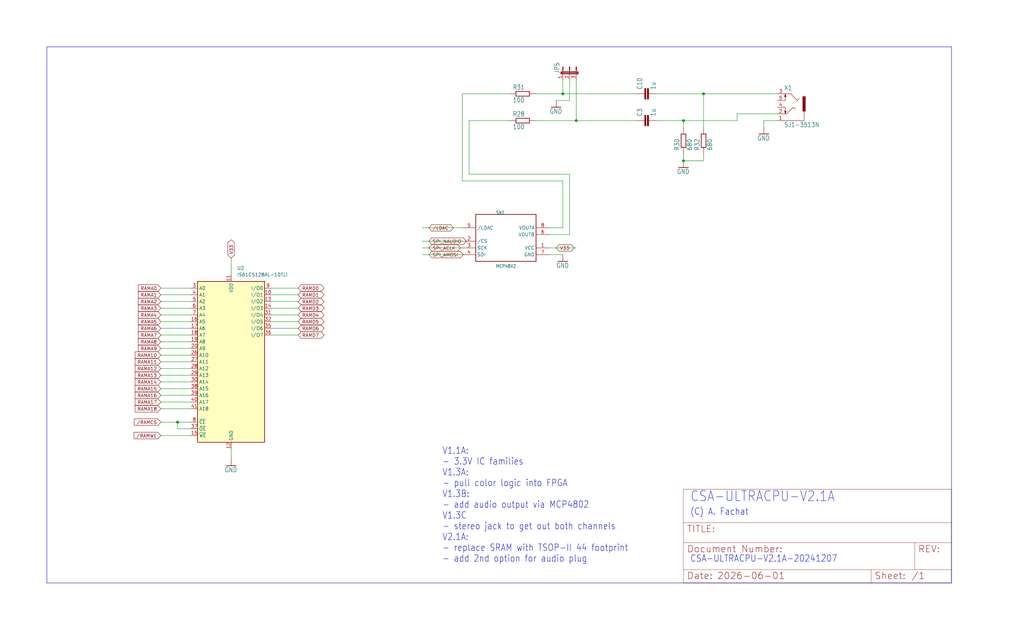
<source format=kicad_sch>
(kicad_sch (version 20231120) (generator "eeschema") (generator_version "8.0")
  (paper "User" 388.163 241.452)
  (lib_symbols
    (symbol "Memory_RAM:IS61C5128AL-10TLI"
      (property "Reference" "U" (at -10.16 31.75 0))
      (property "Value" "IS61C5128AL-10TLI" (at 12.7 31.75 0))
      (symbol "IS61C5128AL-10TLI_0_1"
        (rectangle (start -12.7 30.48) (end 12.7 -30.48) (stroke (width 0.254)) (fill (type background)))
      )
      (symbol "IS61C5128AL-10TLI_1_1"
        (pin no_connect line (at 12.7 -27.94 180) (length 2.54) hide (name "NC") (number "1"))
        (pin bidirectional line (at 15.24 25.4 180) (length 2.54) (name "I/O1") (number "10"))
        (pin power_in line (at 0 33.02 270) (length 2.54) (name "VDD") (number "11"))
        (pin power_in line (at 0 -33.02 90) (length 2.54) (name "GND") (number "12"))
        (pin bidirectional line (at 15.24 22.86 180) (length 2.54) (name "I/O2") (number "13"))
        (pin bidirectional line (at 15.24 20.32 180) (length 2.54) (name "I/O3") (number "14"))
        (pin input line (at -15.24 -27.94 0) (length 2.54) (name "~{WE}") (number "15"))
        (pin input line (at -15.24 15.24 0) (length 2.54) (name "A5") (number "16"))
        (pin input line (at -15.24 12.7 0) (length 2.54) (name "A6") (number "17"))
        (pin input line (at -15.24 10.16 0) (length 2.54) (name "A7") (number "18"))
        (pin input line (at -15.24 7.62 0) (length 2.54) (name "A8") (number "19"))
        (pin no_connect line (at 12.7 -25.4 180) (length 2.54) hide (name "NC") (number "2"))
        (pin input line (at -15.24 5.08 0) (length 2.54) (name "A9") (number "20"))
        (pin no_connect line (at 12.7 -22.86 180) (length 2.54) hide (name "NC") (number "21"))
        (pin no_connect line (at 12.7 -20.32 180) (length 2.54) hide (name "NC") (number "22"))
        (pin no_connect line (at 12.7 -17.78 180) (length 2.54) hide (name "NC") (number "23"))
        (pin no_connect line (at 12.7 -15.24 180) (length 2.54) hide (name "NC") (number "24"))
        (pin no_connect line (at 12.7 -12.7 180) (length 2.54) hide (name "NC") (number "25"))
        (pin input line (at -15.24 2.54 0) (length 2.54) (name "A10") (number "26"))
        (pin input line (at -15.24 0 0) (length 2.54) (name "A11") (number "27"))
        (pin input line (at -15.24 -2.54 0) (length 2.54) (name "A12") (number "28"))
        (pin input line (at -15.24 -5.08 0) (length 2.54) (name "A13") (number "29"))
        (pin input line (at -15.24 27.94 0) (length 2.54) (name "A0") (number "3"))
        (pin input line (at -15.24 -7.62 0) (length 2.54) (name "A14") (number "30"))
        (pin bidirectional line (at 15.24 17.78 180) (length 2.54) (name "I/O4") (number "31"))
        (pin bidirectional line (at 15.24 15.24 180) (length 2.54) (name "I/O5") (number "32"))
        (pin passive line (at 0 33.02 270) (length 2.54) hide (name "VDD") (number "33"))
        (pin passive line (at 0 -33.02 90) (length 2.54) hide (name "GND") (number "34"))
        (pin bidirectional line (at 15.24 12.7 180) (length 2.54) (name "I/O6") (number "35"))
        (pin bidirectional line (at 15.24 10.16 180) (length 2.54) (name "I/O7") (number "36"))
        (pin input line (at -15.24 -25.4 0) (length 2.54) (name "~{OE}") (number "37"))
        (pin input line (at -15.24 -10.16 0) (length 2.54) (name "A15") (number "38"))
        (pin input line (at -15.24 -12.7 0) (length 2.54) (name "A16") (number "39"))
        (pin input line (at -15.24 25.4 0) (length 2.54) (name "A1") (number "4"))
        (pin input line (at -15.24 -15.24 0) (length 2.54) (name "A17") (number "40"))
        (pin input line (at -15.24 -17.78 0) (length 2.54) (name "A18") (number "41"))
        (pin no_connect line (at 12.7 -10.16 180) (length 2.54) hide (name "NC") (number "42"))
        (pin no_connect line (at 12.7 -7.62 180) (length 2.54) hide (name "NC") (number "43"))
        (pin no_connect line (at 12.7 -5.08 180) (length 2.54) hide (name "NC") (number "44"))
        (pin input line (at -15.24 22.86 0) (length 2.54) (name "A2") (number "5"))
        (pin input line (at -15.24 20.32 0) (length 2.54) (name "A3") (number "6"))
        (pin input line (at -15.24 17.78 0) (length 2.54) (name "A4") (number "7"))
        (pin input line (at -15.24 -22.86 0) (length 2.54) (name "~{CE}") (number "8"))
        (pin bidirectional line (at 15.24 27.94 180) (length 2.54) (name "I/O0") (number "9"))
      )
    )
    (symbol "csa_ultracpu-eagle-import:1503_09"
      (property "Reference" "X" (at -2.54 6.35 0))
      (symbol "1503_09_1_0"
        (polyline (pts (xy -2.54 -5.08) (xy 5.08 -5.08)) (stroke (width 0.1524)))
        (polyline (pts (xy -2.54 -2.54) (xy -1.524 -2.54)) (stroke (width 0.1524)))
        (polyline (pts (xy -2.54 0) (xy -2.032 0)) (stroke (width 0.1524)))
        (polyline (pts (xy -2.54 2.54) (xy -2.032 2.54)) (stroke (width 0.1524)))
        (polyline (pts (xy -2.54 5.08) (xy 0 5.08)) (stroke (width 0.1524)))
        (polyline (pts (xy -2.286 -1.524) (xy -1.778 -1.524)) (stroke (width 0.254)))
        (polyline (pts (xy -2.286 4.064) (xy -1.778 4.064)) (stroke (width 0.254)))
        (polyline (pts (xy -2.032 -2.286) (xy -2.286 -1.524)) (stroke (width 0.254)))
        (polyline (pts (xy -2.032 0) (xy -2.032 -2.286)) (stroke (width 0.1524)))
        (polyline (pts (xy -2.032 2.54) (xy -2.032 4.826)) (stroke (width 0.1524)))
        (polyline (pts (xy -2.032 4.826) (xy -2.286 4.064)) (stroke (width 0.254)))
        (polyline (pts (xy -1.778 -1.524) (xy -2.032 -2.286)) (stroke (width 0.254)))
        (polyline (pts (xy -1.778 4.064) (xy -2.032 4.826)) (stroke (width 0.254)))
        (polyline (pts (xy -1.524 -2.54) (xy 1.016 0)) (stroke (width 0.1524)))
        (polyline (pts (xy 0 5.08) (xy 2.54 2.54)) (stroke (width 0.1524)))
        (polyline (pts (xy 1.016 0) (xy 1.778 -0.762)) (stroke (width 0.1524)))
        (polyline (pts (xy 2.54 2.54) (xy 3.302 3.302)) (stroke (width 0.1524)))
        (polyline (pts (xy 5.08 -5.08) (xy 5.08 -1.524)) (stroke (width 0.1524)))
        (rectangle (start 4.572 4.064) (end 5.588 -1.524) (fill (type outline)))
        (pin passive line (at -5.08 -5.08 0) (length 2.54) (name "1") (number "1"))
        (pin passive line (at -5.08 -2.54 0) (length 2.54) (name "2") (number "2"))
        (pin passive line (at -5.08 5.08 0) (length 2.54) (name "3") (number "3"))
        (pin passive line (at -5.08 0 0) (length 2.54) (name "4") (number "4"))
        (pin passive line (at -5.08 2.54 0) (length 2.54) (name "5") (number "5"))
      )
    )
    (symbol "csa_ultracpu-eagle-import:C-EU050-025X075"
      (property "Reference" "C" (at 1.524 0.381 0))
      (symbol "C-EU050-025X075_1_0"
        (rectangle (start -2.032 -2.032) (end 2.032 -1.524) (fill (type outline)))
        (rectangle (start -2.032 -1.016) (end 2.032 -0.508) (fill (type outline)))
        (polyline (pts (xy 0 -2.54) (xy 0 -2.032)) (stroke (width 0.1524)))
        (polyline (pts (xy 0 0) (xy 0 -0.508)) (stroke (width 0.1524)))
        (pin passive line (at 0 2.54 270) (length 2.54) (name "1") (number "1"))
        (pin passive line (at 0 -5.08 90) (length 2.54) (name "2") (number "2"))
      )
    )
    (symbol "csa_ultracpu-eagle-import:DOCFIELD"
      (symbol "DOCFIELD_1_0"
        (polyline (pts (xy 0 0) (xy 0 5.08)) (stroke (width 0.1016)))
        (polyline (pts (xy 0 0) (xy 71.12 0)) (stroke (width 0.1016)))
        (polyline (pts (xy 0 5.08) (xy 0 15.24)) (stroke (width 0.1016)))
        (polyline (pts (xy 0 5.08) (xy 71.12 5.08)) (stroke (width 0.1016)))
        (polyline (pts (xy 0 15.24) (xy 0 22.86)) (stroke (width 0.1016)))
        (polyline (pts (xy 0 22.86) (xy 0 35.56)) (stroke (width 0.1016)))
        (polyline (pts (xy 0 22.86) (xy 101.6 22.86)) (stroke (width 0.1016)))
        (polyline (pts (xy 71.12 0) (xy 101.6 0)) (stroke (width 0.1016)))
        (polyline (pts (xy 71.12 5.08) (xy 71.12 0)) (stroke (width 0.1016)))
        (polyline (pts (xy 71.12 5.08) (xy 87.63 5.08)) (stroke (width 0.1016)))
        (polyline (pts (xy 87.63 5.08) (xy 101.6 5.08)) (stroke (width 0.1016)))
        (polyline (pts (xy 87.63 15.24) (xy 0 15.24)) (stroke (width 0.1016)))
        (polyline (pts (xy 87.63 15.24) (xy 87.63 5.08)) (stroke (width 0.1016)))
        (polyline (pts (xy 101.6 5.08) (xy 101.6 0)) (stroke (width 0.1016)))
        (polyline (pts (xy 101.6 15.24) (xy 87.63 15.24)) (stroke (width 0.1016)))
        (polyline (pts (xy 101.6 15.24) (xy 101.6 5.08)) (stroke (width 0.1016)))
        (polyline (pts (xy 101.6 22.86) (xy 101.6 15.24)) (stroke (width 0.1016)))
        (polyline (pts (xy 101.6 35.56) (xy 0 35.56)) (stroke (width 0.1016)))
        (polyline (pts (xy 101.6 35.56) (xy 101.6 22.86)) (stroke (width 0.1016)))
        (text "${#}/${##}" (at 86.36 1.27 0) (effects (font (size 2.54 2.54)) (justify left bottom)))
        (text "${CURRENT_DATE}" (at 12.7 1.27 0) (effects (font (size 2.54 2.54)) (justify left bottom)))
        (text "${PROJECTNAME}" (at 17.78 19.05 0) (effects (font (size 2.54 2.54)) (justify left bottom)))
        (text "Date:" (at 1.27 1.27 0) (effects (font (size 2.54 2.54)) (justify left bottom)))
        (text "Document Number:" (at 1.27 11.43 0) (effects (font (size 2.54 2.54)) (justify left bottom)))
        (text "REV:" (at 88.9 11.43 0) (effects (font (size 2.54 2.54)) (justify left bottom)))
        (text "Sheet:" (at 72.39 1.27 0) (effects (font (size 2.54 2.54)) (justify left bottom)))
        (text "TITLE:" (at 1.27 19.05 0) (effects (font (size 2.54 2.54)) (justify left bottom)))
      )
    )
    (symbol "csa_ultracpu-eagle-import:GND" (power)
      (symbol "GND_1_0"
        (polyline (pts (xy -1.905 0) (xy 1.905 0)) (stroke (width 0.254)))
        (pin power_in line (at 0 2.54 270) (length 2.54) (name "GND") (number "1"))
      )
    )
    (symbol "csa_ultracpu-eagle-import:JP2E"
      (property "Reference" "JP" (at -3.81 0 90))
      (symbol "JP2E_1_0"
        (polyline (pts (xy -3.175 0) (xy 3.175 0)) (stroke (width 0.4064)))
        (polyline (pts (xy -3.175 0.635) (xy -3.175 0)) (stroke (width 0.4064)))
        (polyline (pts (xy -2.54 0) (xy -2.54 1.27)) (stroke (width 0.1524)))
        (polyline (pts (xy -2.54 2.54) (xy -2.54 1.27)) (stroke (width 0.4064)))
        (polyline (pts (xy 0 0) (xy 0 1.27)) (stroke (width 0.1524)))
        (polyline (pts (xy 0 2.54) (xy 0 1.27)) (stroke (width 0.4064)))
        (polyline (pts (xy 2.54 0) (xy 2.54 1.27)) (stroke (width 0.1524)))
        (polyline (pts (xy 2.54 2.54) (xy 2.54 1.27)) (stroke (width 0.4064)))
        (polyline (pts (xy 3.175 0) (xy 3.175 0.635)) (stroke (width 0.4064)))
        (polyline (pts (xy 3.175 0.635) (xy -3.175 0.635)) (stroke (width 0.4064)))
        (pin passive line (at -2.54 -2.54 90) (length 2.54) (name "1") (number "1"))
        (pin passive line (at 0 -2.54 90) (length 2.54) (name "2") (number "2"))
        (pin passive line (at 2.54 -2.54 90) (length 2.54) (name "3") (number "3"))
      )
    )
    (symbol "csa_ultracpu-eagle-import:MCP48X2"
      (property "Reference" "SN" (at -7.62 7.62 0))
      (symbol "MCP48X2_1_0"
        (polyline (pts (xy -15.24 -10.16) (xy -15.24 7.62)) (stroke (width 0.254)))
        (polyline (pts (xy -15.24 7.62) (xy 7.62 7.62)) (stroke (width 0.254)))
        (polyline (pts (xy 7.62 -10.16) (xy -15.24 -10.16)) (stroke (width 0.254)))
        (polyline (pts (xy 7.62 7.62) (xy 7.62 -10.16)) (stroke (width 0.254)))
        (pin bidirectional line (at 12.7 -5.08 180) (length 5.08) (name "VCC") (number "1"))
        (pin bidirectional line (at -20.32 -2.54 0) (length 5.08) (name "/CS") (number "2"))
        (pin bidirectional line (at -20.32 -5.08 0) (length 5.08) (name "SCK") (number "3"))
        (pin bidirectional line (at -20.32 -7.62 0) (length 5.08) (name "SDI") (number "4"))
        (pin bidirectional line (at -20.32 2.54 0) (length 5.08) (name "/LDAC") (number "5"))
        (pin bidirectional line (at 12.7 0 180) (length 5.08) (name "VOUTB") (number "6"))
        (pin bidirectional line (at 12.7 -7.62 180) (length 5.08) (name "GND") (number "7"))
        (pin bidirectional line (at 12.7 2.54 180) (length 5.08) (name "VOUTA") (number "8"))
      )
    )
    (symbol "csa_ultracpu-eagle-import:R-EU_0204/2V"
      (property "Reference" "R" (at -3.81 1.4986 0))
      (symbol "R-EU_0204/2V_1_0"
        (polyline (pts (xy -2.54 -0.889) (xy -2.54 0.889)) (stroke (width 0.254)))
        (polyline (pts (xy -2.54 -0.889) (xy 2.54 -0.889)) (stroke (width 0.254)))
        (polyline (pts (xy 2.54 -0.889) (xy 2.54 0.889)) (stroke (width 0.254)))
        (polyline (pts (xy 2.54 0.889) (xy -2.54 0.889)) (stroke (width 0.254)))
        (pin passive line (at -5.08 0 0) (length 2.54) (name "1") (number "1"))
        (pin passive line (at 5.08 0 180) (length 2.54) (name "2") (number "2"))
      )
    )
  )
  (junction (at 218.44 45.72))
  (junction (at 259.08 60.96))
  (junction (at 67.31 160.02))
  (junction (at 259.08 45.72))
  (junction (at 266.7 35.56))
  (junction (at 213.36 35.56))
  (wire (pts (xy 259.08 45.72) (xy 279.4 45.72)) (stroke (width 0.1524)))
  (wire (pts (xy 60.96 160.02) (xy 67.31 160.02)))
  (wire (pts (xy 60.96 134.62) (xy 72.39 134.62)))
  (wire (pts (xy 102.87 114.3) (xy 113.03 114.3)))
  (wire (pts (xy 213.36 68.58) (xy 213.36 86.36)) (stroke (width 0.1524)))
  (wire (pts (xy 177.8 66.04) (xy 215.9 66.04)) (stroke (width 0.1524)))
  (wire (pts (xy 67.31 162.56) (xy 67.31 160.02)))
  (wire (pts (xy 259.08 60.96) (xy 259.08 58.42)) (stroke (width 0.1524)))
  (wire (pts (xy 266.7 35.56) (xy 294.64 35.56)) (stroke (width 0.1524)))
  (wire (pts (xy 175.26 93.98) (xy 160.02 93.98)) (stroke (width 0.1524)))
  (wire (pts (xy 208.28 96.52) (xy 213.36 96.52)) (stroke (width 0.1524)))
  (wire (pts (xy 279.4 43.18) (xy 279.4 45.72)) (stroke (width 0.1524)))
  (wire (pts (xy 294.64 45.72) (xy 289.56 45.72)) (stroke (width 0.1524)))
  (polyline (pts (xy 360.68 220.98) (xy 360.68 17.78)) (stroke (width 0.1524) (type solid)))
  (wire (pts (xy 102.87 116.84) (xy 113.03 116.84)))
  (wire (pts (xy 60.96 142.24) (xy 72.39 142.24)))
  (wire (pts (xy 60.96 132.08) (xy 72.39 132.08)))
  (wire (pts (xy 203.2 35.56) (xy 213.36 35.56)) (stroke (width 0.1524)))
  (wire (pts (xy 215.9 66.04) (xy 215.9 88.9)) (stroke (width 0.1524)))
  (wire (pts (xy 60.96 144.78) (xy 72.39 144.78)))
  (wire (pts (xy 60.96 109.22) (xy 72.39 109.22)))
  (wire (pts (xy 102.87 127) (xy 113.03 127)))
  (wire (pts (xy 102.87 121.92) (xy 113.03 121.92)))
  (wire (pts (xy 87.63 97.79) (xy 87.63 104.14)))
  (wire (pts (xy 60.96 129.54) (xy 72.39 129.54)))
  (wire (pts (xy 60.96 121.92) (xy 72.39 121.92)))
  (polyline (pts (xy 17.78 220.98) (xy 17.78 17.78)) (stroke (width 0.1524) (type solid)))
  (wire (pts (xy 203.2 45.72) (xy 218.44 45.72)) (stroke (width 0.1524)))
  (wire (pts (xy 102.87 119.38) (xy 113.03 119.38)))
  (wire (pts (xy 259.08 60.96) (xy 266.7 60.96)) (stroke (width 0.1524)))
  (wire (pts (xy 213.36 35.56) (xy 241.3 35.56)) (stroke (width 0.1524)))
  (wire (pts (xy 177.8 45.72) (xy 177.8 66.04)) (stroke (width 0.1524)))
  (wire (pts (xy 175.26 96.52) (xy 160.02 96.52)) (stroke (width 0.1524)))
  (wire (pts (xy 266.7 48.26) (xy 266.7 35.56)) (stroke (width 0.1524)))
  (wire (pts (xy 60.96 149.86) (xy 72.39 149.86)))
  (wire (pts (xy 215.9 30.48) (xy 215.9 38.1)) (stroke (width 0.1524)))
  (wire (pts (xy 102.87 124.46) (xy 113.03 124.46)))
  (wire (pts (xy 208.28 93.98) (xy 218.44 93.98)) (stroke (width 0.1524)))
  (wire (pts (xy 218.44 45.72) (xy 241.3 45.72)) (stroke (width 0.1524)))
  (wire (pts (xy 60.96 116.84) (xy 72.39 116.84)))
  (wire (pts (xy 102.87 111.76) (xy 113.03 111.76)))
  (wire (pts (xy 175.26 91.44) (xy 160.02 91.44)) (stroke (width 0.1524)))
  (wire (pts (xy 215.9 88.9) (xy 208.28 88.9)) (stroke (width 0.1524)))
  (wire (pts (xy 248.92 45.72) (xy 259.08 45.72)) (stroke (width 0.1524)))
  (wire (pts (xy 87.63 170.18) (xy 87.63 173.99)))
  (wire (pts (xy 60.96 152.4) (xy 72.39 152.4)))
  (wire (pts (xy 60.96 124.46) (xy 72.39 124.46)))
  (wire (pts (xy 60.96 147.32) (xy 72.39 147.32)))
  (wire (pts (xy 175.26 86.36) (xy 160.02 86.36)) (stroke (width 0.1524)))
  (polyline (pts (xy 17.78 17.78) (xy 360.68 17.78)) (stroke (width 0.1524) (type solid)))
  (wire (pts (xy 177.8 45.72) (xy 193.04 45.72)) (stroke (width 0.1524)))
  (wire (pts (xy 60.96 137.16) (xy 72.39 137.16)))
  (wire (pts (xy 175.26 68.58) (xy 213.36 68.58)) (stroke (width 0.1524)))
  (wire (pts (xy 294.64 43.18) (xy 279.4 43.18)) (stroke (width 0.1524)))
  (wire (pts (xy 60.96 154.94) (xy 72.39 154.94)))
  (wire (pts (xy 67.31 160.02) (xy 72.39 160.02)))
  (wire (pts (xy 213.36 86.36) (xy 208.28 86.36)) (stroke (width 0.1524)))
  (wire (pts (xy 193.04 35.56) (xy 175.26 35.56)) (stroke (width 0.1524)))
  (wire (pts (xy 218.44 30.48) (xy 218.44 45.72)) (stroke (width 0.1524)))
  (wire (pts (xy 72.39 162.56) (xy 67.31 162.56)))
  (wire (pts (xy 102.87 109.22) (xy 113.03 109.22)))
  (wire (pts (xy 60.96 111.76) (xy 72.39 111.76)))
  (wire (pts (xy 175.26 35.56) (xy 175.26 68.58)) (stroke (width 0.1524)))
  (wire (pts (xy 60.96 127) (xy 72.39 127)))
  (wire (pts (xy 213.36 35.56) (xy 213.36 30.48)) (stroke (width 0.1524)))
  (wire (pts (xy 60.96 139.7) (xy 72.39 139.7)))
  (wire (pts (xy 60.96 119.38) (xy 72.39 119.38)))
  (wire (pts (xy 248.92 35.56) (xy 266.7 35.56)) (stroke (width 0.1524)))
  (wire (pts (xy 60.96 165.1) (xy 72.39 165.1)))
  (polyline (pts (xy 17.78 220.98) (xy 360.68 220.98)) (stroke (width 0.1524) (type solid)))
  (wire (pts (xy 266.7 60.96) (xy 266.7 58.42)) (stroke (width 0.1524)))
  (wire (pts (xy 215.9 38.1) (xy 210.82 38.1)) (stroke (width 0.1524)))
  (wire (pts (xy 60.96 114.3) (xy 72.39 114.3)))
  (wire (pts (xy 289.56 45.72) (xy 289.56 48.26)) (stroke (width 0.1524)))
  (wire (pts (xy 259.08 45.72) (xy 259.08 48.26)) (stroke (width 0.1524)))
  (text "(C) A. Fachat" (at 261.62 195.58 0) (effects (font (size 2.54 2.159)) (justify left bottom)))
  (text "CSA-ULTRACPU-V2.1A-20241207" (at 261.62 213.36 0) (effects (font (size 2.54 2.159)) (justify left bottom)))
  (text "V1.1A:\n- 3.3V IC families\nV1.3A:\n- pull color logic into FPGA\nV1.3B:\n- add audio output via MCP4802\nV1.3C\n- stereo jack to get out both channels\nV2.1A:\n- replace SRAM with TSOP-II 44 footprint\n- add 2nd option for audio plug" (at 167.64 213.36 0) (effects (font (size 2.54 2.159)) (justify left bottom)))
  (text "CSA-ULTRACPU-V2.1A" (at 261.62 190.5 0) (effects (font (size 3.81 3.2385)) (justify left bottom)))
  (global_label "RAMA0" (shape input) (at 60.96 109.22 180) (property "Intersheetrefs" "${INTERSHEET_REFS}" (effects (hide yes))))
  (global_label "RAMA13" (shape input) (at 60.96 142.24 180) (property "Intersheetrefs" "${INTERSHEET_REFS}" (effects (hide yes))))
  (global_label "RAMD5" (shape bidirectional) (at 113.03 121.92 0) (property "Intersheetrefs" "${INTERSHEET_REFS}" (effects (hide yes))))
  (global_label "RAMA12" (shape input) (at 60.96 139.7 180) (property "Intersheetrefs" "${INTERSHEET_REFS}" (effects (hide yes))))
  (global_label "RAMA5" (shape input) (at 60.96 121.92 180) (property "Intersheetrefs" "${INTERSHEET_REFS}" (effects (hide yes))))
  (global_label "RAMD4" (shape bidirectional) (at 113.03 119.38 0) (property "Intersheetrefs" "${INTERSHEET_REFS}" (effects (hide yes))))
  (global_label "RAMA8" (shape input) (at 60.96 129.54 180) (property "Intersheetrefs" "${INTERSHEET_REFS}" (effects (hide yes))))
  (global_label "RAMA11" (shape input) (at 60.96 137.16 180) (property "Intersheetrefs" "${INTERSHEET_REFS}" (effects (hide yes))))
  (global_label "RAMA15" (shape input) (at 60.96 147.32 180) (property "Intersheetrefs" "${INTERSHEET_REFS}" (effects (hide yes))))
  (global_label "RAMA16" (shape input) (at 60.96 149.86 180) (property "Intersheetrefs" "${INTERSHEET_REFS}" (effects (hide yes))))
  (global_label "RAMD3" (shape bidirectional) (at 113.03 116.84 0) (property "Intersheetrefs" "${INTERSHEET_REFS}" (effects (hide yes))))
  (global_label "{slash}RAMCS" (shape input) (at 60.96 160.02 180) (property "Intersheetrefs" "${INTERSHEET_REFS}" (effects (hide yes))))
  (global_label "RAMA4" (shape input) (at 60.96 119.38 180) (property "Intersheetrefs" "${INTERSHEET_REFS}" (effects (hide yes))))
  (global_label "RAMA7" (shape input) (at 60.96 127 180) (property "Intersheetrefs" "${INTERSHEET_REFS}" (effects (hide yes))))
  (global_label "V33" (shape bidirectional) (at 87.63 97.79 90) (effects (font (size 1.2446 1.2446))) (property "Intersheetrefs" "${INTERSHEET_REFS}" (effects (hide yes))))
  (global_label "RAMA6" (shape input) (at 60.96 124.46 180) (property "Intersheetrefs" "${INTERSHEET_REFS}" (effects (hide yes))))
  (global_label "RAMD1" (shape bidirectional) (at 113.03 111.76 0) (property "Intersheetrefs" "${INTERSHEET_REFS}" (effects (hide yes))))
  (global_label "{slash}RAMWE" (shape input) (at 60.96 165.1 180) (property "Intersheetrefs" "${INTERSHEET_REFS}" (effects (hide yes))))
  (global_label "RAMA2" (shape input) (at 60.96 114.3 180) (property "Intersheetrefs" "${INTERSHEET_REFS}" (effects (hide yes))))
  (global_label "SPI_ACLK" (shape bidirectional) (at 162.56 93.98 0) (effects (font (size 1.2446 1.2446))) (property "Intersheetrefs" "${INTERSHEET_REFS}" (effects (hide yes))))
  (global_label "/LDAC" (shape bidirectional) (at 162.56 86.36 0) (effects (font (size 1.2446 1.2446))) (property "Intersheetrefs" "${INTERSHEET_REFS}" (effects (hide yes))))
  (global_label "RAMA3" (shape input) (at 60.96 116.84 180) (property "Intersheetrefs" "${INTERSHEET_REFS}" (effects (hide yes))))
  (global_label "RAMA18" (shape input) (at 60.96 154.94 180) (property "Intersheetrefs" "${INTERSHEET_REFS}" (effects (hide yes))))
  (global_label "RAMA10" (shape input) (at 60.96 134.62 180) (property "Intersheetrefs" "${INTERSHEET_REFS}" (effects (hide yes))))
  (global_label "SPI_AMOSI" (shape bidirectional) (at 162.56 96.52 0) (effects (font (size 1.2446 1.2446))) (property "Intersheetrefs" "${INTERSHEET_REFS}" (effects (hide yes))))
  (global_label "RAMA14" (shape input) (at 60.96 144.78 180) (property "Intersheetrefs" "${INTERSHEET_REFS}" (effects (hide yes))))
  (global_label "RAMD2" (shape bidirectional) (at 113.03 114.3 0) (property "Intersheetrefs" "${INTERSHEET_REFS}" (effects (hide yes))))
  (global_label "RAMA17" (shape input) (at 60.96 152.4 180) (property "Intersheetrefs" "${INTERSHEET_REFS}" (effects (hide yes))))
  (global_label "SPI_NAUDIO" (shape bidirectional) (at 162.56 91.44 0) (effects (font (size 1.2446 1.2446))) (property "Intersheetrefs" "${INTERSHEET_REFS}" (effects (hide yes))))
  (global_label "RAMA1" (shape input) (at 60.96 111.76 180) (property "Intersheetrefs" "${INTERSHEET_REFS}" (effects (hide yes))))
  (global_label "RAMA9" (shape input) (at 60.96 132.08 180) (property "Intersheetrefs" "${INTERSHEET_REFS}" (effects (hide yes))))
  (global_label "RAMD7" (shape bidirectional) (at 113.03 127 0) (property "Intersheetrefs" "${INTERSHEET_REFS}" (effects (hide yes))))
  (global_label "RAMD0" (shape bidirectional) (at 113.03 109.22 0) (property "Intersheetrefs" "${INTERSHEET_REFS}" (effects (hide yes))))
  (global_label "V33" (shape bidirectional) (at 210.82 93.98 0) (effects (font (size 1.2446 1.2446))) (property "Intersheetrefs" "${INTERSHEET_REFS}" (effects (hide yes))))
  (global_label "RAMD6" (shape bidirectional) (at 113.03 124.46 0) (property "Intersheetrefs" "${INTERSHEET_REFS}" (effects (hide yes))))
  (symbol (lib_id "csa_ultracpu-eagle-import:DOCFIELD") (at 259.08 220.98 0) (unit 1)
    (property "Reference" "#FRAME6" (effects (hide yes)))
    (property "Value" "DOCFIELD" (effects (hide yes)))
  )
  (symbol (lib_id "csa_ultracpu-eagle-import:GND") (at 210.82 40.64 0) (unit 1)
    (property "Reference" "#GND056" (effects (hide yes)))
    (property "Value" "GND" (at 208.28 43.18 0) (effects (font (size 1.778 1.5113)) (justify left bottom)))
  )
  (symbol (lib_id "csa_ultracpu-eagle-import:MCP48X2") (at 195.58 88.9 0) (unit 1)
    (property "Reference" "SN1" (at 187.96 81.28 0) (effects (font (size 1.27 1.0795)) (justify left bottom)))
    (property "Value" "MCP48X2" (at 187.96 101.6 0) (effects (font (size 1.27 1.0795)) (justify left bottom)))
    (property "Footprint" "csa_ultracpu:SOIC8" (effects (hide yes)))
  )
  (symbol (lib_id "Memory_RAM:IS61C5128AL-10TLI") (at 87.63 137.16 0) (unit 1)
    (property "Reference" "U2" (at 89.8241 101.6 0) (effects (justify left)))
    (property "Value" "IS61C5128AL-10TLI" (at 89.8241 104.14 0) (effects (justify left)))
    (property "Footprint" "Package_SO:TSOP-II-44_10.16x18.41mm_P0.8mm" (effects (hide yes)))
    (property "Datasheet" "http://www.issi.com/WW/pdf/61-64C5128AL.pdf" (effects (hide yes)))
    (property "Description" "512K x 8 HIGH-SPEED CMOS STATIC RAM, 10ns, TSOP II-44" (effects (hide yes)))
  )
  (symbol (lib_id "csa_ultracpu-eagle-import:C-EU050-025X075") (at 243.84 35.56 90) (unit 1)
    (property "Reference" "C10" (at 243.459 34.036 0) (effects (font (size 1.778 1.5113)) (justify left bottom)))
    (property "Value" "1u" (at 248.539 34.036 0) (effects (font (size 1.778 1.5113)) (justify left bottom)))
    (property "Footprint" "csa_ultracpu:C050-025X075" (effects (hide yes)))
  )
  (symbol (lib_id "csa_ultracpu-eagle-import:1503_09") (at 299.72 40.64 0) (unit 1)
    (property "Reference" "X1" (at 297.18 34.29 0) (effects (font (size 1.778 1.5113)) (justify left bottom)))
    (property "Value" "SJ1-3513N" (at 297.18 48.26 0) (effects (font (size 1.778 1.5113)) (justify left bottom)))
    (property "Footprint" "csa_ultracpu:1503_09" (effects (hide yes)))
  )
  (symbol (lib_id "csa_ultracpu-eagle-import:GND") (at 259.08 63.5 0) (unit 1)
    (property "Reference" "#GND054" (effects (hide yes)))
    (property "Value" "GND" (at 256.54 66.04 0) (effects (font (size 1.778 1.5113)) (justify left bottom)))
  )
  (symbol (lib_id "csa_ultracpu-eagle-import:GND") (at 213.36 99.06 0) (unit 1)
    (property "Reference" "#GND053" (effects (hide yes)))
    (property "Value" "GND" (at 210.82 101.6 0) (effects (font (size 1.778 1.5113)) (justify left bottom)))
  )
  (symbol (lib_id "csa_ultracpu-eagle-import:GND") (at 87.63 176.53 0) (unit 1)
    (property "Reference" "#GND06" (effects (hide yes)))
    (property "Value" "GND" (at 85.09 179.07 0) (effects (font (size 1.778 1.5113)) (justify left bottom)))
  )
  (symbol (lib_id "csa_ultracpu-eagle-import:R-EU_0204/2V") (at 266.7 53.34 90) (unit 1)
    (property "Reference" "R32" (at 265.2014 57.15 0) (effects (font (size 1.778 1.5113)) (justify left bottom)))
    (property "Value" "680" (at 270.002 57.15 0) (effects (font (size 1.778 1.5113)) (justify left bottom)))
    (property "Footprint" "csa_ultracpu:0204V" (effects (hide yes)))
  )
  (symbol (lib_id "csa_ultracpu-eagle-import:R-EU_0204/2V") (at 259.08 53.34 90) (unit 1)
    (property "Reference" "R30" (at 257.5814 57.15 0) (effects (font (size 1.778 1.5113)) (justify left bottom)))
    (property "Value" "680" (at 262.382 57.15 0) (effects (font (size 1.778 1.5113)) (justify left bottom)))
    (property "Footprint" "csa_ultracpu:0204V" (effects (hide yes)))
  )
  (symbol (lib_id "csa_ultracpu-eagle-import:JP2E") (at 215.9 27.94 0) (unit 1)
    (property "Reference" "JP5" (at 212.09 27.94 90) (effects (font (size 1.778 1.5113)) (justify left bottom)))
    (property "Value" "JP2E" (effects (hide yes)))
    (property "Footprint" "csa_ultracpu:JP2" (effects (hide yes)))
  )
  (symbol (lib_id "csa_ultracpu-eagle-import:R-EU_0204/2V") (at 198.12 35.56 0) (unit 1)
    (property "Reference" "R31" (at 194.31 34.0614 0) (effects (font (size 1.778 1.5113)) (justify left bottom)))
    (property "Value" "100" (at 194.31 38.862 0) (effects (font (size 1.778 1.5113)) (justify left bottom)))
    (property "Footprint" "csa_ultracpu:0204V" (effects (hide yes)))
  )
  (symbol (lib_id "csa_ultracpu-eagle-import:C-EU050-025X075") (at 243.84 45.72 90) (unit 1)
    (property "Reference" "C3" (at 243.459 44.196 0) (effects (font (size 1.778 1.5113)) (justify left bottom)))
    (property "Value" "1u" (at 248.539 44.196 0) (effects (font (size 1.778 1.5113)) (justify left bottom)))
    (property "Footprint" "csa_ultracpu:C050-025X075" (effects (hide yes)))
  )
  (symbol (lib_id "csa_ultracpu-eagle-import:R-EU_0204/2V") (at 198.12 45.72 0) (unit 1)
    (property "Reference" "R28" (at 194.31 44.2214 0) (effects (font (size 1.778 1.5113)) (justify left bottom)))
    (property "Value" "100" (at 194.31 49.022 0) (effects (font (size 1.778 1.5113)) (justify left bottom)))
    (property "Footprint" "csa_ultracpu:0204V" (effects (hide yes)))
  )
  (symbol (lib_id "csa_ultracpu-eagle-import:GND") (at 289.56 50.8 0) (unit 1)
    (property "Reference" "#GND055" (effects (hide yes)))
    (property "Value" "GND" (at 287.02 53.34 0) (effects (font (size 1.778 1.5113)) (justify left bottom)))
  )
)
</source>
